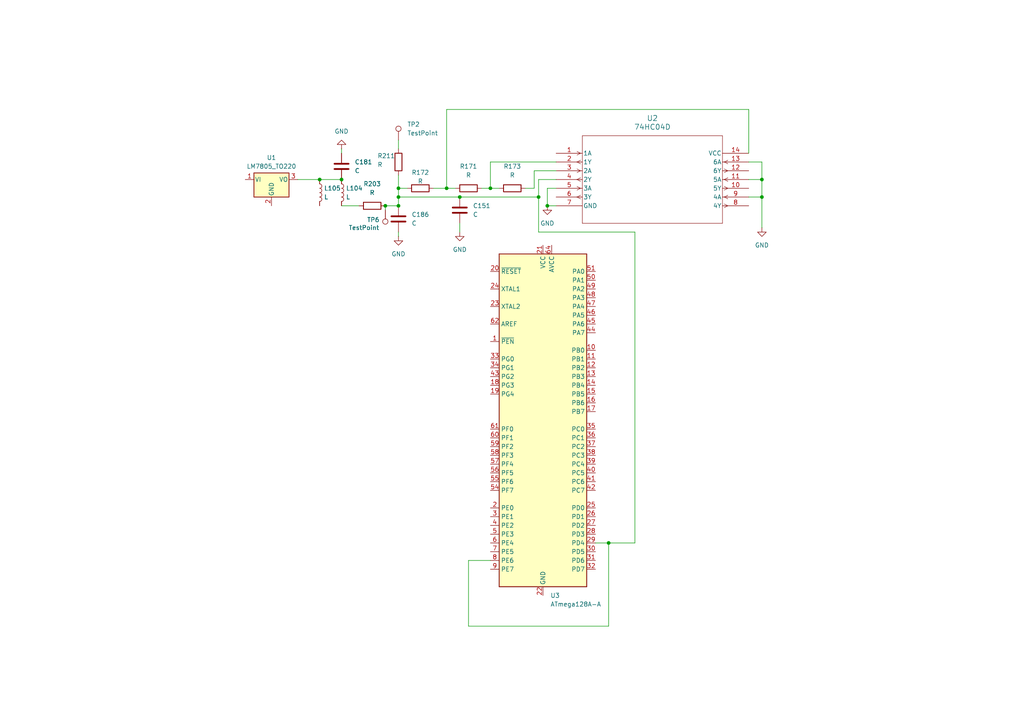
<source format=kicad_sch>
(kicad_sch (version 20250114) (generator "eeschema") (generator_version "9.0")
  (paper "A4")
  (lib_symbols
    (symbol "2025-11-19_20-45-25:74HC04D" (pin_names (offset 0.254))
      (property "Reference" "U" (at 27.94 10.16 0))
      (property "Value" "74HC04D" (at 27.94 7.62 0))
      (symbol "74HC04D_0_1"
        (polyline (pts (xy 7.0993 0) (xy 6.0579 0.5207)) (stroke (width 0.127)))
        (polyline (pts (xy 7.0993 0) (xy 6.0579 -0.5207)) (stroke (width 0.127)))
        (polyline (pts (xy 7.0993 -2.0193) (xy 6.0579 -2.54)) (stroke (width 0.127)))
        (polyline (pts (xy 7.0993 -3.0607) (xy 6.0579 -2.54)) (stroke (width 0.127)))
        (polyline (pts (xy 7.0993 -5.08) (xy 6.0579 -4.5593)) (stroke (width 0.127)))
        (polyline (pts (xy 7.0993 -5.08) (xy 6.0579 -5.6007)) (stroke (width 0.127)))
        (polyline (pts (xy 7.0993 -7.0993) (xy 6.0579 -7.62)) (stroke (width 0.127)))
        (polyline (pts (xy 7.0993 -8.1407) (xy 6.0579 -7.62)) (stroke (width 0.127)))
        (polyline (pts (xy 7.0993 -10.16) (xy 6.0579 -9.6393)) (stroke (width 0.127)))
        (polyline (pts (xy 7.0993 -10.16) (xy 6.0579 -10.6807)) (stroke (width 0.127)))
        (polyline (pts (xy 7.0993 -12.1793) (xy 6.0579 -12.7)) (stroke (width 0.127)))
        (polyline (pts (xy 7.0993 -13.2207) (xy 6.0579 -12.7)) (stroke (width 0.127)))
        (polyline (pts (xy 7.62 5.08) (xy 7.62 -20.32)) (stroke (width 0.127)))
        (polyline (pts (xy 7.62 -20.32) (xy 48.26 -20.32)) (stroke (width 0.127)))
        (polyline (pts (xy 48.26 5.08) (xy 7.62 5.08)) (stroke (width 0.127)))
        (polyline (pts (xy 48.26 -20.32) (xy 48.26 5.08)) (stroke (width 0.127)))
        (polyline (pts (xy 48.7807 -2.54) (xy 49.8221 -2.0193)) (stroke (width 0.127)))
        (polyline (pts (xy 48.7807 -2.54) (xy 49.8221 -3.0607)) (stroke (width 0.127)))
        (polyline (pts (xy 48.7807 -4.5593) (xy 49.8221 -5.08)) (stroke (width 0.127)))
        (polyline (pts (xy 48.7807 -5.6007) (xy 49.8221 -5.08)) (stroke (width 0.127)))
        (polyline (pts (xy 48.7807 -7.62) (xy 49.8221 -7.0993)) (stroke (width 0.127)))
        (polyline (pts (xy 48.7807 -7.62) (xy 49.8221 -8.1407)) (stroke (width 0.127)))
        (polyline (pts (xy 48.7807 -9.6393) (xy 49.8221 -10.16)) (stroke (width 0.127)))
        (polyline (pts (xy 48.7807 -10.6807) (xy 49.8221 -10.16)) (stroke (width 0.127)))
        (polyline (pts (xy 48.7807 -12.7) (xy 49.8221 -12.1793)) (stroke (width 0.127)))
        (polyline (pts (xy 48.7807 -12.7) (xy 49.8221 -13.2207)) (stroke (width 0.127)))
        (polyline (pts (xy 48.7807 -14.7193) (xy 49.8221 -15.24)) (stroke (width 0.127)))
        (polyline (pts (xy 48.7807 -15.7607) (xy 49.8221 -15.24)) (stroke (width 0.127)))
        (pin input line (at 0 0 0) (length 7.62) (name "1A") (number "1"))
        (pin output line (at 0 -2.54 0) (length 7.62) (name "1Y") (number "2"))
        (pin input line (at 0 -5.08 0) (length 7.62) (name "2A") (number "3"))
        (pin output line (at 0 -7.62 0) (length 7.62) (name "2Y") (number "4"))
        (pin input line (at 0 -10.16 0) (length 7.62) (name "3A") (number "5"))
        (pin output line (at 0 -12.7 0) (length 7.62) (name "3Y") (number "6"))
        (pin power_in line (at 0 -15.24 0) (length 7.62) (name "GND") (number "7"))
        (pin power_in line (at 55.88 0 180) (length 7.62) (name "VCC") (number "14"))
        (pin input line (at 55.88 -2.54 180) (length 7.62) (name "6A") (number "13"))
        (pin output line (at 55.88 -5.08 180) (length 7.62) (name "6Y") (number "12"))
        (pin input line (at 55.88 -7.62 180) (length 7.62) (name "5A") (number "11"))
        (pin output line (at 55.88 -10.16 180) (length 7.62) (name "5Y") (number "10"))
        (pin input line (at 55.88 -12.7 180) (length 7.62) (name "4A") (number "9"))
        (pin output line (at 55.88 -15.24 180) (length 7.62) (name "4Y") (number "8"))
      )
    )
    (symbol "Connector:TestPoint" (pin_numbers (hide yes)) (pin_names (offset 0.762) (hide yes))
      (property "Reference" "TP" (at 0 6.858 0))
      (property "Value" "TestPoint" (at 0 5.08 0))
      (symbol "TestPoint_0_1"
        (circle (center 0 3.302) (radius 0.762))
      )
      (symbol "TestPoint_1_1"
        (pin passive line (at 0 0 90) (length 2.54) (name "1") (number "1"))
      )
    )
    (symbol "Device:C" (pin_numbers (hide yes)) (pin_names (offset 0.254))
      (property "Reference" "C" (at 0.635 2.54 0))
      (property "Value" "C" (at 0.635 -2.54 0))
      (symbol "C_0_1"
        (polyline (pts (xy -2.032 0.762) (xy 2.032 0.762)) (stroke (width 0.508)))
        (polyline (pts (xy -2.032 -0.762) (xy 2.032 -0.762)) (stroke (width 0.508)))
      )
      (symbol "C_1_1"
        (pin passive line (at 0 3.81 270) (length 2.794) (name "~") (number "1"))
        (pin passive line (at 0 -3.81 90) (length 2.794) (name "~") (number "2"))
      )
    )
    (symbol "Device:L" (pin_numbers (hide yes)) (pin_names (offset 1.016) (hide yes))
      (property "Reference" "L" (at -1.27 0 90))
      (property "Value" "L" (at 1.905 0 90))
      (symbol "L_0_1"
        (arc (start 0 2.54) (mid 0.6323 1.905) (end 0 1.27))
        (arc (start 0 1.27) (mid 0.6323 0.635) (end 0 0))
        (arc (start 0 0) (mid 0.6323 -0.635) (end 0 -1.27))
        (arc (start 0 -1.27) (mid 0.6323 -1.905) (end 0 -2.54))
      )
      (symbol "L_1_1"
        (pin passive line (at 0 3.81 270) (length 1.27) (name "1") (number "1"))
        (pin passive line (at 0 -3.81 90) (length 1.27) (name "2") (number "2"))
      )
    )
    (symbol "Device:R" (pin_numbers (hide yes)) (pin_names (offset 0))
      (property "Reference" "R" (at 2.032 0 90))
      (property "Value" "R" (at 0 0 90))
      (symbol "R_0_1"
        (rectangle (start -1.016 -2.54) (end 1.016 2.54) (stroke (width 0.254)))
      )
      (symbol "R_1_1"
        (pin passive line (at 0 3.81 270) (length 1.27) (name "~") (number "1"))
        (pin passive line (at 0 -3.81 90) (length 1.27) (name "~") (number "2"))
      )
    )
    (symbol "MCU_Microchip_ATmega:ATmega128A-A"
      (property "Reference" "U" (at -12.7 49.53 0))
      (property "Value" "ATmega128A-A" (at 2.54 -49.53 0))
      (symbol "ATmega128A-A_0_1"
        (rectangle (start -12.7 -48.26) (end 12.7 48.26) (stroke (width 0.254)) (fill (type background)))
      )
      (symbol "ATmega128A-A_1_1"
        (pin input line (at -15.24 43.18 0) (length 2.54) (name "~{RESET}") (number "20"))
        (pin input line (at -15.24 38.1 0) (length 2.54) (name "XTAL1") (number "24"))
        (pin output line (at -15.24 33.02 0) (length 2.54) (name "XTAL2") (number "23"))
        (pin passive line (at -15.24 27.94 0) (length 2.54) (name "AREF") (number "62"))
        (pin input line (at -15.24 22.86 0) (length 2.54) (name "~{PEN}") (number "1"))
        (pin bidirectional line (at -15.24 17.78 0) (length 2.54) (name "PG0") (number "33"))
        (pin bidirectional line (at -15.24 15.24 0) (length 2.54) (name "PG1") (number "34"))
        (pin bidirectional line (at -15.24 12.7 0) (length 2.54) (name "PG2") (number "43"))
        (pin bidirectional line (at -15.24 10.16 0) (length 2.54) (name "PG3") (number "18"))
        (pin bidirectional line (at -15.24 7.62 0) (length 2.54) (name "PG4") (number "19"))
        (pin bidirectional line (at -15.24 -2.54 0) (length 2.54) (name "PF0") (number "61"))
        (pin bidirectional line (at -15.24 -5.08 0) (length 2.54) (name "PF1") (number "60"))
        (pin bidirectional line (at -15.24 -7.62 0) (length 2.54) (name "PF2") (number "59"))
        (pin bidirectional line (at -15.24 -10.16 0) (length 2.54) (name "PF3") (number "58"))
        (pin bidirectional line (at -15.24 -12.7 0) (length 2.54) (name "PF4") (number "57"))
        (pin bidirectional line (at -15.24 -15.24 0) (length 2.54) (name "PF5") (number "56"))
        (pin bidirectional line (at -15.24 -17.78 0) (length 2.54) (name "PF6") (number "55"))
        (pin bidirectional line (at -15.24 -20.32 0) (length 2.54) (name "PF7") (number "54"))
        (pin bidirectional line (at -15.24 -25.4 0) (length 2.54) (name "PE0") (number "2"))
        (pin bidirectional line (at -15.24 -27.94 0) (length 2.54) (name "PE1") (number "3"))
        (pin bidirectional line (at -15.24 -30.48 0) (length 2.54) (name "PE2") (number "4"))
        (pin bidirectional line (at -15.24 -33.02 0) (length 2.54) (name "PE3") (number "5"))
        (pin bidirectional line (at -15.24 -35.56 0) (length 2.54) (name "PE4") (number "6"))
        (pin bidirectional line (at -15.24 -38.1 0) (length 2.54) (name "PE5") (number "7"))
        (pin bidirectional line (at -15.24 -40.64 0) (length 2.54) (name "PE6") (number "8"))
        (pin bidirectional line (at -15.24 -43.18 0) (length 2.54) (name "PE7") (number "9"))
        (pin power_in line (at 0 50.8 270) (length 2.54) (name "VCC") (number "21"))
        (pin passive line (at 0 50.8 270) (length 2.54) (hide yes) (name "VCC") (number "52"))
        (pin power_in line (at 0 -50.8 90) (length 2.54) (name "GND") (number "22"))
        (pin passive line (at 0 -50.8 90) (length 2.54) (hide yes) (name "GND") (number "53"))
        (pin passive line (at 0 -50.8 90) (length 2.54) (hide yes) (name "GND") (number "63"))
        (pin power_in line (at 2.54 50.8 270) (length 2.54) (name "AVCC") (number "64"))
        (pin bidirectional line (at 15.24 43.18 180) (length 2.54) (name "PA0") (number "51"))
        (pin bidirectional line (at 15.24 40.64 180) (length 2.54) (name "PA1") (number "50"))
        (pin bidirectional line (at 15.24 38.1 180) (length 2.54) (name "PA2") (number "49"))
        (pin bidirectional line (at 15.24 35.56 180) (length 2.54) (name "PA3") (number "48"))
        (pin bidirectional line (at 15.24 33.02 180) (length 2.54) (name "PA4") (number "47"))
        (pin bidirectional line (at 15.24 30.48 180) (length 2.54) (name "PA5") (number "46"))
        (pin bidirectional line (at 15.24 27.94 180) (length 2.54) (name "PA6") (number "45"))
        (pin bidirectional line (at 15.24 25.4 180) (length 2.54) (name "PA7") (number "44"))
        (pin bidirectional line (at 15.24 20.32 180) (length 2.54) (name "PB0") (number "10"))
        (pin bidirectional line (at 15.24 17.78 180) (length 2.54) (name "PB1") (number "11"))
        (pin bidirectional line (at 15.24 15.24 180) (length 2.54) (name "PB2") (number "12"))
        (pin bidirectional line (at 15.24 12.7 180) (length 2.54) (name "PB3") (number "13"))
        (pin bidirectional line (at 15.24 10.16 180) (length 2.54) (name "PB4") (number "14"))
        (pin bidirectional line (at 15.24 7.62 180) (length 2.54) (name "PB5") (number "15"))
        (pin bidirectional line (at 15.24 5.08 180) (length 2.54) (name "PB6") (number "16"))
        (pin bidirectional line (at 15.24 2.54 180) (length 2.54) (name "PB7") (number "17"))
        (pin bidirectional line (at 15.24 -2.54 180) (length 2.54) (name "PC0") (number "35"))
        (pin bidirectional line (at 15.24 -5.08 180) (length 2.54) (name "PC1") (number "36"))
        (pin bidirectional line (at 15.24 -7.62 180) (length 2.54) (name "PC2") (number "37"))
        (pin bidirectional line (at 15.24 -10.16 180) (length 2.54) (name "PC3") (number "38"))
        (pin bidirectional line (at 15.24 -12.7 180) (length 2.54) (name "PC4") (number "39"))
        (pin bidirectional line (at 15.24 -15.24 180) (length 2.54) (name "PC5") (number "40"))
        (pin bidirectional line (at 15.24 -17.78 180) (length 2.54) (name "PC6") (number "41"))
        (pin bidirectional line (at 15.24 -20.32 180) (length 2.54) (name "PC7") (number "42"))
        (pin bidirectional line (at 15.24 -25.4 180) (length 2.54) (name "PD0") (number "25"))
        (pin bidirectional line (at 15.24 -27.94 180) (length 2.54) (name "PD1") (number "26"))
        (pin bidirectional line (at 15.24 -30.48 180) (length 2.54) (name "PD2") (number "27"))
        (pin bidirectional line (at 15.24 -33.02 180) (length 2.54) (name "PD3") (number "28"))
        (pin bidirectional line (at 15.24 -35.56 180) (length 2.54) (name "PD4") (number "29"))
        (pin bidirectional line (at 15.24 -38.1 180) (length 2.54) (name "PD5") (number "30"))
        (pin bidirectional line (at 15.24 -40.64 180) (length 2.54) (name "PD6") (number "31"))
        (pin bidirectional line (at 15.24 -43.18 180) (length 2.54) (name "PD7") (number "32"))
      )
    )
    (symbol "Regulator_Linear:LM7805_TO220" (pin_names (offset 0.254))
      (property "Reference" "U" (at -3.81 3.175 0))
      (property "Value" "LM7805_TO220" (at 0 3.175 0))
      (symbol "LM7805_TO220_0_1"
        (rectangle (start -5.08 1.905) (end 5.08 -5.08) (stroke (width 0.254)) (fill (type background)))
      )
      (symbol "LM7805_TO220_1_1"
        (pin power_in line (at -7.62 0 0) (length 2.54) (name "VI") (number "1"))
        (pin power_in line (at 0 -7.62 90) (length 2.54) (name "GND") (number "2"))
        (pin power_out line (at 7.62 0 180) (length 2.54) (name "VO") (number "3"))
      )
    )
    (symbol "power:GND" (power) (pin_numbers (hide yes)) (pin_names (offset 0) (hide yes))
      (property "Value" "GND" (at 0 -3.81 0))
      (symbol "GND_0_1"
        (polyline (pts (xy 0 0) (xy 0 -1.27) (xy 1.27 -1.27) (xy 0 -2.54) (xy -1.27 -1.27) (xy 0 -1.27)))
      )
      (symbol "GND_1_1"
        (pin power_in line (at 0 0 270) (length 0) (name "~") (number "1"))
      )
    )
  )
  (junction (at 176.53 157.48))
  (junction (at 158.75 59.69))
  (junction (at 129.54 54.61))
  (junction (at 92.71 52.07))
  (junction (at 115.57 57.15))
  (junction (at 115.57 54.61))
  (junction (at 115.57 59.69))
  (junction (at 133.35 57.15))
  (junction (at 142.24 54.61))
  (junction (at 220.98 52.07))
  (junction (at 220.98 57.15))
  (junction (at 111.76 59.69))
  (junction (at 156.21 57.15))
  (junction (at 99.06 52.07))
  (wire (pts (xy 142.24 54.61) (xy 139.7 54.61)))
  (wire (pts (xy 99.06 52.07) (xy 92.71 52.07)))
  (wire (pts (xy 220.98 66.04) (xy 220.98 57.15)))
  (wire (pts (xy 133.35 67.31) (xy 133.35 64.77)))
  (wire (pts (xy 144.78 54.61) (xy 142.24 54.61)))
  (wire (pts (xy 135.89 162.56) (xy 135.89 181.61)))
  (wire (pts (xy 217.17 46.99) (xy 220.98 46.99)))
  (wire (pts (xy 133.35 57.15) (xy 115.57 57.15)))
  (wire (pts (xy 152.4 54.61) (xy 154.94 54.61)))
  (wire (pts (xy 115.57 54.61) (xy 115.57 57.15)))
  (wire (pts (xy 220.98 57.15) (xy 220.98 52.07)))
  (wire (pts (xy 172.72 157.48) (xy 176.53 157.48)))
  (wire (pts (xy 132.08 54.61) (xy 129.54 54.61)))
  (wire (pts (xy 129.54 31.75) (xy 129.54 54.61)))
  (wire (pts (xy 142.24 46.99) (xy 142.24 54.61)))
  (wire (pts (xy 158.75 59.69) (xy 161.29 59.69)))
  (wire (pts (xy 156.21 57.15) (xy 133.35 57.15)))
  (wire (pts (xy 104.14 59.69) (xy 99.06 59.69)))
  (wire (pts (xy 154.94 54.61) (xy 154.94 49.53)))
  (wire (pts (xy 92.71 52.07) (xy 86.36 52.07)))
  (wire (pts (xy 156.21 67.31) (xy 156.21 57.15)))
  (wire (pts (xy 142.24 162.56) (xy 135.89 162.56)))
  (wire (pts (xy 135.89 181.61) (xy 176.53 181.61)))
  (wire (pts (xy 161.29 54.61) (xy 158.75 54.61)))
  (wire (pts (xy 115.57 40.64) (xy 115.57 43.18)))
  (wire (pts (xy 220.98 52.07) (xy 217.17 52.07)))
  (wire (pts (xy 115.57 57.15) (xy 115.57 59.69)))
  (wire (pts (xy 161.29 46.99) (xy 142.24 46.99)))
  (wire (pts (xy 111.76 60.96) (xy 111.76 59.69)))
  (wire (pts (xy 217.17 44.45) (xy 217.17 31.75)))
  (wire (pts (xy 217.17 31.75) (xy 129.54 31.75)))
  (wire (pts (xy 154.94 49.53) (xy 161.29 49.53)))
  (wire (pts (xy 115.57 68.58) (xy 115.57 67.31)))
  (wire (pts (xy 158.75 54.61) (xy 158.75 59.69)))
  (wire (pts (xy 118.11 54.61) (xy 115.57 54.61)))
  (wire (pts (xy 156.21 52.07) (xy 156.21 57.15)))
  (wire (pts (xy 129.54 54.61) (xy 125.73 54.61)))
  (wire (pts (xy 115.57 59.69) (xy 111.76 59.69)))
  (wire (pts (xy 220.98 46.99) (xy 220.98 52.07)))
  (wire (pts (xy 176.53 181.61) (xy 176.53 157.48)))
  (wire (pts (xy 184.15 157.48) (xy 184.15 67.31)))
  (wire (pts (xy 184.15 67.31) (xy 156.21 67.31)))
  (wire (pts (xy 161.29 52.07) (xy 156.21 52.07)))
  (wire (pts (xy 115.57 50.8) (xy 115.57 54.61)))
  (wire (pts (xy 99.06 43.18) (xy 99.06 44.45)))
  (wire (pts (xy 176.53 157.48) (xy 184.15 157.48)))
  (wire (pts (xy 217.17 57.15) (xy 220.98 57.15)))
  (symbol (lib_id "power:GND") (at 115.57 68.58 0) (unit 1)
    (property "Reference" "#PWR02" (effects (hide yes)))
    (property "Value" "GND" (at 115.57 73.66 0))
    (property "Description" "Power symbol creates a global label with name \"GND\" , ground" (effects (hide yes)))
  )
  (symbol (lib_id "Device:C") (at 99.06 48.26 0) (unit 1)
    (property "Reference" "C181" (at 102.87 46.9899 0) (effects (justify left)))
    (property "Value" "C" (at 102.87 49.5299 0) (effects (justify left)))
    (property "Description" "Unpolarized capacitor" (effects (hide yes)))
  )
  (symbol (lib_id "Device:R") (at 121.92 54.61 90) (unit 1)
    (property "Reference" "R172" (at 121.92 50.038 90))
    (property "Value" "R" (at 121.92 52.578 90))
    (property "Description" "Resistor" (effects (hide yes)))
  )
  (symbol (lib_id "MCU_Microchip_ATmega:ATmega128A-A") (at 157.48 121.92 0) (unit 1)
    (property "Reference" "U3" (at 159.6233 172.72 0) (effects (justify left)))
    (property "Value" "ATmega128A-A" (at 159.6233 175.26 0) (effects (justify left)))
    (property "Footprint" "Package_QFP:TQFP-64_14x14mm_P0.8mm" (effects (hide yes)))
    (property "Datasheet" "http://ww1.microchip.com/downloads/en/DeviceDoc/Atmel-8151-8-bit-AVR-ATmega128A_Datasheet.pdf" (effects (hide yes)))
    (property "Description" "16MHz, 128kB Flash, 4kB SRAM, 4kB EEPROM, TQFP-64" (effects (hide yes)))
  )
  (symbol (lib_id "Connector:TestPoint") (at 111.76 60.96 180) (unit 1)
    (property "Reference" "TP6" (at 106.426 63.754 0) (effects (justify right)))
    (property "Value" "TestPoint" (at 101.092 66.04 0) (effects (justify right)))
    (property "Description" "test point" (effects (hide yes)))
  )
  (symbol (lib_id "Device:R") (at 115.57 46.99 0) (unit 1)
    (property "Reference" "R211" (at 109.474 45.212 0) (effects (justify left)))
    (property "Value" "R" (at 109.474 47.752 0) (effects (justify left)))
    (property "Description" "Resistor" (effects (hide yes)))
  )
  (symbol (lib_id "Device:C") (at 133.35 60.96 0) (unit 1)
    (property "Reference" "C151" (at 137.16 59.6899 0) (effects (justify left)))
    (property "Value" "C" (at 137.16 62.2299 0) (effects (justify left)))
    (property "Description" "Unpolarized capacitor" (effects (hide yes)))
  )
  (symbol (lib_id "power:GND") (at 133.35 67.31 0) (unit 1)
    (property "Reference" "#PWR05" (effects (hide yes)))
    (property "Value" "GND" (at 133.35 72.39 0))
    (property "Description" "Power symbol creates a global label with name \"GND\" , ground" (effects (hide yes)))
  )
  (symbol (lib_id "Device:C") (at 115.57 63.5 0) (unit 1)
    (property "Reference" "C186" (at 119.38 62.2299 0) (effects (justify left)))
    (property "Value" "C" (at 119.38 64.7699 0) (effects (justify left)))
    (property "Description" "Unpolarized capacitor" (effects (hide yes)))
  )
  (symbol (lib_id "Device:L") (at 99.06 55.88 0) (unit 1)
    (property "Reference" "L104" (at 100.33 54.6099 0) (effects (justify left)))
    (property "Value" "L" (at 100.33 57.1499 0) (effects (justify left)))
    (property "Description" "Inductor" (effects (hide yes)))
  )
  (symbol (lib_id "Regulator_Linear:LM7805_TO220") (at 78.74 52.07 0) (unit 1)
    (property "Reference" "U1" (at 78.74 45.72 0))
    (property "Value" "LM7805_TO220" (at 78.74 48.26 0))
    (property "Footprint" "Package_TO_SOT_THT:TO-220-3_Vertical" (effects (hide yes)))
    (property "Datasheet" "https://www.onsemi.cn/PowerSolutions/document/MC7800-D.PDF" (effects (hide yes)))
    (property "Description" "Positive 1A 35V Linear Regulator, Fixed Output 5V, TO-220" (effects (hide yes)))
  )
  (symbol (lib_id "Device:R") (at 148.59 54.61 90) (unit 1)
    (property "Reference" "R173" (at 148.59 48.26 90))
    (property "Value" "R" (at 148.59 50.8 90))
    (property "Description" "Resistor" (effects (hide yes)))
  )
  (symbol (lib_id "power:GND") (at 220.98 66.04 0) (unit 1)
    (property "Reference" "#PWR04" (effects (hide yes)))
    (property "Value" "GND" (at 220.98 71.12 0))
    (property "Description" "Power symbol creates a global label with name \"GND\" , ground" (effects (hide yes)))
  )
  (symbol (lib_id "power:GND") (at 99.06 43.18 180) (unit 1)
    (property "Reference" "#PWR01" (effects (hide yes)))
    (property "Value" "GND" (at 99.06 38.1 0))
    (property "Description" "Power symbol creates a global label with name \"GND\" , ground" (effects (hide yes)))
  )
  (symbol (lib_id "Device:L") (at 92.71 55.88 0) (unit 1)
    (property "Reference" "L105" (at 93.98 54.6099 0) (effects (justify left)))
    (property "Value" "L" (at 93.98 57.1499 0) (effects (justify left)))
    (property "Description" "Inductor" (effects (hide yes)))
  )
  (symbol (lib_id "Device:R") (at 135.89 54.61 90) (unit 1)
    (property "Reference" "R171" (at 135.89 48.26 90))
    (property "Value" "R" (at 135.89 50.8 90))
    (property "Description" "Resistor" (effects (hide yes)))
  )
  (symbol (lib_id "Device:R") (at 107.95 59.69 270) (unit 1)
    (property "Reference" "R203" (at 107.95 53.34 90))
    (property "Value" "R" (at 107.95 55.88 90))
    (property "Description" "Resistor" (effects (hide yes)))
  )
  (symbol (lib_id "2025-11-19_20-45-25:74HC04D") (at 161.29 44.45 0) (unit 1)
    (property "Reference" "U2" (at 189.23 34.29 0) (effects (font (size 1.524 1.524))))
    (property "Value" "74HC04D" (at 189.23 36.83 0) (effects (font (size 1.524 1.524))))
    (property "Footprint" "SOT108-1_NXP" (effects (hide yes)))
    (property "Datasheet" "74HC04D" (effects (hide yes)))
  )
  (symbol (lib_id "Connector:TestPoint") (at 115.57 40.64 0) (unit 1)
    (property "Reference" "TP2" (at 118.11 36.0679 0) (effects (justify left)))
    (property "Value" "TestPoint" (at 118.11 38.6079 0) (effects (justify left)))
    (property "Description" "test point" (effects (hide yes)))
  )
  (symbol (lib_id "power:GND") (at 158.75 59.69 0) (unit 1)
    (property "Reference" "#PWR03" (effects (hide yes)))
    (property "Value" "GND" (at 158.75 64.77 0))
    (property "Description" "Power symbol creates a global label with name \"GND\" , ground" (effects (hide yes)))
  )
)
</source>
